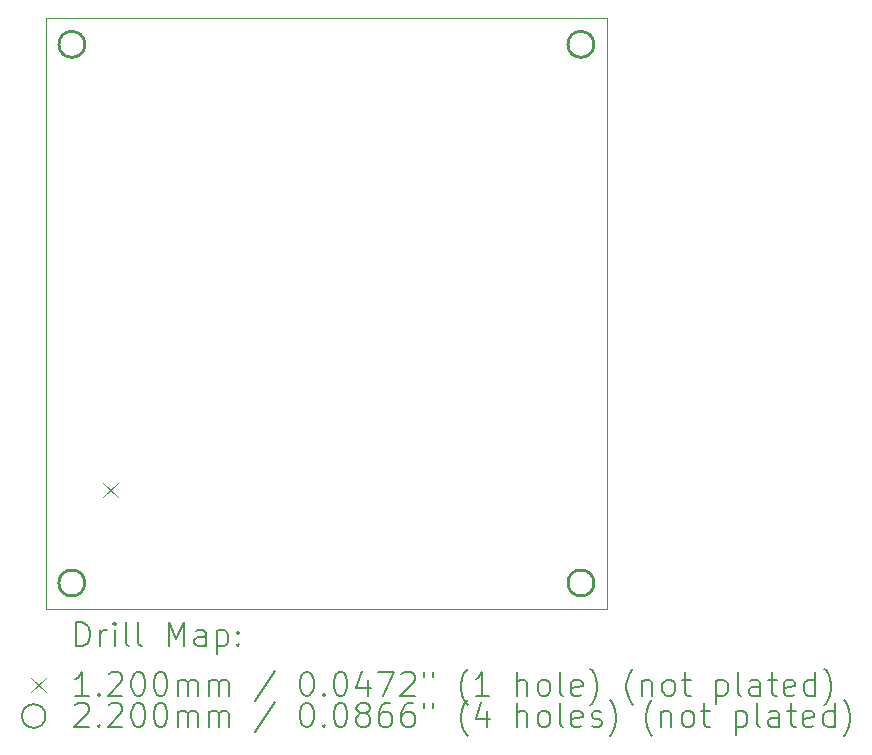
<source format=gbr>
%TF.GenerationSoftware,KiCad,Pcbnew,8.0.8*%
%TF.CreationDate,2025-01-30T19:33:52+01:00*%
%TF.ProjectId,HAMS_node,48414d53-5f6e-46f6-9465-2e6b69636164,rev?*%
%TF.SameCoordinates,Original*%
%TF.FileFunction,Drillmap*%
%TF.FilePolarity,Positive*%
%FSLAX45Y45*%
G04 Gerber Fmt 4.5, Leading zero omitted, Abs format (unit mm)*
G04 Created by KiCad (PCBNEW 8.0.8) date 2025-01-30 19:33:52*
%MOMM*%
%LPD*%
G01*
G04 APERTURE LIST*
%ADD10C,0.050000*%
%ADD11C,0.200000*%
%ADD12C,0.120000*%
%ADD13C,0.220000*%
G04 APERTURE END LIST*
D10*
X16660000Y-5760000D02*
X21410000Y-5760000D01*
X21410000Y-10760000D01*
X16660000Y-10760000D01*
X16660000Y-5760000D01*
D11*
D12*
X17147500Y-9695000D02*
X17267500Y-9815000D01*
X17267500Y-9695000D02*
X17147500Y-9815000D01*
D13*
X16990000Y-5980000D02*
G75*
G02*
X16770000Y-5980000I-110000J0D01*
G01*
X16770000Y-5980000D02*
G75*
G02*
X16990000Y-5980000I110000J0D01*
G01*
X16990000Y-10540000D02*
G75*
G02*
X16770000Y-10540000I-110000J0D01*
G01*
X16770000Y-10540000D02*
G75*
G02*
X16990000Y-10540000I110000J0D01*
G01*
X21300000Y-5980000D02*
G75*
G02*
X21080000Y-5980000I-110000J0D01*
G01*
X21080000Y-5980000D02*
G75*
G02*
X21300000Y-5980000I110000J0D01*
G01*
X21300000Y-10540000D02*
G75*
G02*
X21080000Y-10540000I-110000J0D01*
G01*
X21080000Y-10540000D02*
G75*
G02*
X21300000Y-10540000I110000J0D01*
G01*
D11*
X16918277Y-11073984D02*
X16918277Y-10873984D01*
X16918277Y-10873984D02*
X16965896Y-10873984D01*
X16965896Y-10873984D02*
X16994467Y-10883508D01*
X16994467Y-10883508D02*
X17013515Y-10902555D01*
X17013515Y-10902555D02*
X17023039Y-10921603D01*
X17023039Y-10921603D02*
X17032563Y-10959698D01*
X17032563Y-10959698D02*
X17032563Y-10988270D01*
X17032563Y-10988270D02*
X17023039Y-11026365D01*
X17023039Y-11026365D02*
X17013515Y-11045412D01*
X17013515Y-11045412D02*
X16994467Y-11064460D01*
X16994467Y-11064460D02*
X16965896Y-11073984D01*
X16965896Y-11073984D02*
X16918277Y-11073984D01*
X17118277Y-11073984D02*
X17118277Y-10940650D01*
X17118277Y-10978746D02*
X17127801Y-10959698D01*
X17127801Y-10959698D02*
X17137324Y-10950174D01*
X17137324Y-10950174D02*
X17156372Y-10940650D01*
X17156372Y-10940650D02*
X17175420Y-10940650D01*
X17242086Y-11073984D02*
X17242086Y-10940650D01*
X17242086Y-10873984D02*
X17232563Y-10883508D01*
X17232563Y-10883508D02*
X17242086Y-10893031D01*
X17242086Y-10893031D02*
X17251610Y-10883508D01*
X17251610Y-10883508D02*
X17242086Y-10873984D01*
X17242086Y-10873984D02*
X17242086Y-10893031D01*
X17365896Y-11073984D02*
X17346848Y-11064460D01*
X17346848Y-11064460D02*
X17337324Y-11045412D01*
X17337324Y-11045412D02*
X17337324Y-10873984D01*
X17470658Y-11073984D02*
X17451610Y-11064460D01*
X17451610Y-11064460D02*
X17442086Y-11045412D01*
X17442086Y-11045412D02*
X17442086Y-10873984D01*
X17699229Y-11073984D02*
X17699229Y-10873984D01*
X17699229Y-10873984D02*
X17765896Y-11016841D01*
X17765896Y-11016841D02*
X17832563Y-10873984D01*
X17832563Y-10873984D02*
X17832563Y-11073984D01*
X18013515Y-11073984D02*
X18013515Y-10969222D01*
X18013515Y-10969222D02*
X18003991Y-10950174D01*
X18003991Y-10950174D02*
X17984944Y-10940650D01*
X17984944Y-10940650D02*
X17946848Y-10940650D01*
X17946848Y-10940650D02*
X17927801Y-10950174D01*
X18013515Y-11064460D02*
X17994467Y-11073984D01*
X17994467Y-11073984D02*
X17946848Y-11073984D01*
X17946848Y-11073984D02*
X17927801Y-11064460D01*
X17927801Y-11064460D02*
X17918277Y-11045412D01*
X17918277Y-11045412D02*
X17918277Y-11026365D01*
X17918277Y-11026365D02*
X17927801Y-11007317D01*
X17927801Y-11007317D02*
X17946848Y-10997793D01*
X17946848Y-10997793D02*
X17994467Y-10997793D01*
X17994467Y-10997793D02*
X18013515Y-10988270D01*
X18108753Y-10940650D02*
X18108753Y-11140650D01*
X18108753Y-10950174D02*
X18127801Y-10940650D01*
X18127801Y-10940650D02*
X18165896Y-10940650D01*
X18165896Y-10940650D02*
X18184944Y-10950174D01*
X18184944Y-10950174D02*
X18194467Y-10959698D01*
X18194467Y-10959698D02*
X18203991Y-10978746D01*
X18203991Y-10978746D02*
X18203991Y-11035889D01*
X18203991Y-11035889D02*
X18194467Y-11054936D01*
X18194467Y-11054936D02*
X18184944Y-11064460D01*
X18184944Y-11064460D02*
X18165896Y-11073984D01*
X18165896Y-11073984D02*
X18127801Y-11073984D01*
X18127801Y-11073984D02*
X18108753Y-11064460D01*
X18289705Y-11054936D02*
X18299229Y-11064460D01*
X18299229Y-11064460D02*
X18289705Y-11073984D01*
X18289705Y-11073984D02*
X18280182Y-11064460D01*
X18280182Y-11064460D02*
X18289705Y-11054936D01*
X18289705Y-11054936D02*
X18289705Y-11073984D01*
X18289705Y-10950174D02*
X18299229Y-10959698D01*
X18299229Y-10959698D02*
X18289705Y-10969222D01*
X18289705Y-10969222D02*
X18280182Y-10959698D01*
X18280182Y-10959698D02*
X18289705Y-10950174D01*
X18289705Y-10950174D02*
X18289705Y-10969222D01*
D12*
X16537500Y-11342500D02*
X16657500Y-11462500D01*
X16657500Y-11342500D02*
X16537500Y-11462500D01*
D11*
X17023039Y-11493984D02*
X16908753Y-11493984D01*
X16965896Y-11493984D02*
X16965896Y-11293984D01*
X16965896Y-11293984D02*
X16946848Y-11322555D01*
X16946848Y-11322555D02*
X16927801Y-11341603D01*
X16927801Y-11341603D02*
X16908753Y-11351127D01*
X17108753Y-11474936D02*
X17118277Y-11484460D01*
X17118277Y-11484460D02*
X17108753Y-11493984D01*
X17108753Y-11493984D02*
X17099229Y-11484460D01*
X17099229Y-11484460D02*
X17108753Y-11474936D01*
X17108753Y-11474936D02*
X17108753Y-11493984D01*
X17194467Y-11313031D02*
X17203991Y-11303508D01*
X17203991Y-11303508D02*
X17223039Y-11293984D01*
X17223039Y-11293984D02*
X17270658Y-11293984D01*
X17270658Y-11293984D02*
X17289705Y-11303508D01*
X17289705Y-11303508D02*
X17299229Y-11313031D01*
X17299229Y-11313031D02*
X17308753Y-11332079D01*
X17308753Y-11332079D02*
X17308753Y-11351127D01*
X17308753Y-11351127D02*
X17299229Y-11379698D01*
X17299229Y-11379698D02*
X17184944Y-11493984D01*
X17184944Y-11493984D02*
X17308753Y-11493984D01*
X17432563Y-11293984D02*
X17451610Y-11293984D01*
X17451610Y-11293984D02*
X17470658Y-11303508D01*
X17470658Y-11303508D02*
X17480182Y-11313031D01*
X17480182Y-11313031D02*
X17489705Y-11332079D01*
X17489705Y-11332079D02*
X17499229Y-11370174D01*
X17499229Y-11370174D02*
X17499229Y-11417793D01*
X17499229Y-11417793D02*
X17489705Y-11455888D01*
X17489705Y-11455888D02*
X17480182Y-11474936D01*
X17480182Y-11474936D02*
X17470658Y-11484460D01*
X17470658Y-11484460D02*
X17451610Y-11493984D01*
X17451610Y-11493984D02*
X17432563Y-11493984D01*
X17432563Y-11493984D02*
X17413515Y-11484460D01*
X17413515Y-11484460D02*
X17403991Y-11474936D01*
X17403991Y-11474936D02*
X17394467Y-11455888D01*
X17394467Y-11455888D02*
X17384944Y-11417793D01*
X17384944Y-11417793D02*
X17384944Y-11370174D01*
X17384944Y-11370174D02*
X17394467Y-11332079D01*
X17394467Y-11332079D02*
X17403991Y-11313031D01*
X17403991Y-11313031D02*
X17413515Y-11303508D01*
X17413515Y-11303508D02*
X17432563Y-11293984D01*
X17623039Y-11293984D02*
X17642086Y-11293984D01*
X17642086Y-11293984D02*
X17661134Y-11303508D01*
X17661134Y-11303508D02*
X17670658Y-11313031D01*
X17670658Y-11313031D02*
X17680182Y-11332079D01*
X17680182Y-11332079D02*
X17689705Y-11370174D01*
X17689705Y-11370174D02*
X17689705Y-11417793D01*
X17689705Y-11417793D02*
X17680182Y-11455888D01*
X17680182Y-11455888D02*
X17670658Y-11474936D01*
X17670658Y-11474936D02*
X17661134Y-11484460D01*
X17661134Y-11484460D02*
X17642086Y-11493984D01*
X17642086Y-11493984D02*
X17623039Y-11493984D01*
X17623039Y-11493984D02*
X17603991Y-11484460D01*
X17603991Y-11484460D02*
X17594467Y-11474936D01*
X17594467Y-11474936D02*
X17584944Y-11455888D01*
X17584944Y-11455888D02*
X17575420Y-11417793D01*
X17575420Y-11417793D02*
X17575420Y-11370174D01*
X17575420Y-11370174D02*
X17584944Y-11332079D01*
X17584944Y-11332079D02*
X17594467Y-11313031D01*
X17594467Y-11313031D02*
X17603991Y-11303508D01*
X17603991Y-11303508D02*
X17623039Y-11293984D01*
X17775420Y-11493984D02*
X17775420Y-11360650D01*
X17775420Y-11379698D02*
X17784944Y-11370174D01*
X17784944Y-11370174D02*
X17803991Y-11360650D01*
X17803991Y-11360650D02*
X17832563Y-11360650D01*
X17832563Y-11360650D02*
X17851610Y-11370174D01*
X17851610Y-11370174D02*
X17861134Y-11389222D01*
X17861134Y-11389222D02*
X17861134Y-11493984D01*
X17861134Y-11389222D02*
X17870658Y-11370174D01*
X17870658Y-11370174D02*
X17889705Y-11360650D01*
X17889705Y-11360650D02*
X17918277Y-11360650D01*
X17918277Y-11360650D02*
X17937325Y-11370174D01*
X17937325Y-11370174D02*
X17946848Y-11389222D01*
X17946848Y-11389222D02*
X17946848Y-11493984D01*
X18042086Y-11493984D02*
X18042086Y-11360650D01*
X18042086Y-11379698D02*
X18051610Y-11370174D01*
X18051610Y-11370174D02*
X18070658Y-11360650D01*
X18070658Y-11360650D02*
X18099229Y-11360650D01*
X18099229Y-11360650D02*
X18118277Y-11370174D01*
X18118277Y-11370174D02*
X18127801Y-11389222D01*
X18127801Y-11389222D02*
X18127801Y-11493984D01*
X18127801Y-11389222D02*
X18137325Y-11370174D01*
X18137325Y-11370174D02*
X18156372Y-11360650D01*
X18156372Y-11360650D02*
X18184944Y-11360650D01*
X18184944Y-11360650D02*
X18203991Y-11370174D01*
X18203991Y-11370174D02*
X18213515Y-11389222D01*
X18213515Y-11389222D02*
X18213515Y-11493984D01*
X18603991Y-11284460D02*
X18432563Y-11541603D01*
X18861134Y-11293984D02*
X18880182Y-11293984D01*
X18880182Y-11293984D02*
X18899229Y-11303508D01*
X18899229Y-11303508D02*
X18908753Y-11313031D01*
X18908753Y-11313031D02*
X18918277Y-11332079D01*
X18918277Y-11332079D02*
X18927801Y-11370174D01*
X18927801Y-11370174D02*
X18927801Y-11417793D01*
X18927801Y-11417793D02*
X18918277Y-11455888D01*
X18918277Y-11455888D02*
X18908753Y-11474936D01*
X18908753Y-11474936D02*
X18899229Y-11484460D01*
X18899229Y-11484460D02*
X18880182Y-11493984D01*
X18880182Y-11493984D02*
X18861134Y-11493984D01*
X18861134Y-11493984D02*
X18842087Y-11484460D01*
X18842087Y-11484460D02*
X18832563Y-11474936D01*
X18832563Y-11474936D02*
X18823039Y-11455888D01*
X18823039Y-11455888D02*
X18813515Y-11417793D01*
X18813515Y-11417793D02*
X18813515Y-11370174D01*
X18813515Y-11370174D02*
X18823039Y-11332079D01*
X18823039Y-11332079D02*
X18832563Y-11313031D01*
X18832563Y-11313031D02*
X18842087Y-11303508D01*
X18842087Y-11303508D02*
X18861134Y-11293984D01*
X19013515Y-11474936D02*
X19023039Y-11484460D01*
X19023039Y-11484460D02*
X19013515Y-11493984D01*
X19013515Y-11493984D02*
X19003991Y-11484460D01*
X19003991Y-11484460D02*
X19013515Y-11474936D01*
X19013515Y-11474936D02*
X19013515Y-11493984D01*
X19146848Y-11293984D02*
X19165896Y-11293984D01*
X19165896Y-11293984D02*
X19184944Y-11303508D01*
X19184944Y-11303508D02*
X19194468Y-11313031D01*
X19194468Y-11313031D02*
X19203991Y-11332079D01*
X19203991Y-11332079D02*
X19213515Y-11370174D01*
X19213515Y-11370174D02*
X19213515Y-11417793D01*
X19213515Y-11417793D02*
X19203991Y-11455888D01*
X19203991Y-11455888D02*
X19194468Y-11474936D01*
X19194468Y-11474936D02*
X19184944Y-11484460D01*
X19184944Y-11484460D02*
X19165896Y-11493984D01*
X19165896Y-11493984D02*
X19146848Y-11493984D01*
X19146848Y-11493984D02*
X19127801Y-11484460D01*
X19127801Y-11484460D02*
X19118277Y-11474936D01*
X19118277Y-11474936D02*
X19108753Y-11455888D01*
X19108753Y-11455888D02*
X19099229Y-11417793D01*
X19099229Y-11417793D02*
X19099229Y-11370174D01*
X19099229Y-11370174D02*
X19108753Y-11332079D01*
X19108753Y-11332079D02*
X19118277Y-11313031D01*
X19118277Y-11313031D02*
X19127801Y-11303508D01*
X19127801Y-11303508D02*
X19146848Y-11293984D01*
X19384944Y-11360650D02*
X19384944Y-11493984D01*
X19337325Y-11284460D02*
X19289706Y-11427317D01*
X19289706Y-11427317D02*
X19413515Y-11427317D01*
X19470658Y-11293984D02*
X19603991Y-11293984D01*
X19603991Y-11293984D02*
X19518277Y-11493984D01*
X19670658Y-11313031D02*
X19680182Y-11303508D01*
X19680182Y-11303508D02*
X19699229Y-11293984D01*
X19699229Y-11293984D02*
X19746849Y-11293984D01*
X19746849Y-11293984D02*
X19765896Y-11303508D01*
X19765896Y-11303508D02*
X19775420Y-11313031D01*
X19775420Y-11313031D02*
X19784944Y-11332079D01*
X19784944Y-11332079D02*
X19784944Y-11351127D01*
X19784944Y-11351127D02*
X19775420Y-11379698D01*
X19775420Y-11379698D02*
X19661134Y-11493984D01*
X19661134Y-11493984D02*
X19784944Y-11493984D01*
X19861134Y-11293984D02*
X19861134Y-11332079D01*
X19937325Y-11293984D02*
X19937325Y-11332079D01*
X20232563Y-11570174D02*
X20223039Y-11560650D01*
X20223039Y-11560650D02*
X20203991Y-11532079D01*
X20203991Y-11532079D02*
X20194468Y-11513031D01*
X20194468Y-11513031D02*
X20184944Y-11484460D01*
X20184944Y-11484460D02*
X20175420Y-11436841D01*
X20175420Y-11436841D02*
X20175420Y-11398746D01*
X20175420Y-11398746D02*
X20184944Y-11351127D01*
X20184944Y-11351127D02*
X20194468Y-11322555D01*
X20194468Y-11322555D02*
X20203991Y-11303508D01*
X20203991Y-11303508D02*
X20223039Y-11274936D01*
X20223039Y-11274936D02*
X20232563Y-11265412D01*
X20413515Y-11493984D02*
X20299230Y-11493984D01*
X20356372Y-11493984D02*
X20356372Y-11293984D01*
X20356372Y-11293984D02*
X20337325Y-11322555D01*
X20337325Y-11322555D02*
X20318277Y-11341603D01*
X20318277Y-11341603D02*
X20299230Y-11351127D01*
X20651611Y-11493984D02*
X20651611Y-11293984D01*
X20737325Y-11493984D02*
X20737325Y-11389222D01*
X20737325Y-11389222D02*
X20727801Y-11370174D01*
X20727801Y-11370174D02*
X20708753Y-11360650D01*
X20708753Y-11360650D02*
X20680182Y-11360650D01*
X20680182Y-11360650D02*
X20661134Y-11370174D01*
X20661134Y-11370174D02*
X20651611Y-11379698D01*
X20861134Y-11493984D02*
X20842087Y-11484460D01*
X20842087Y-11484460D02*
X20832563Y-11474936D01*
X20832563Y-11474936D02*
X20823039Y-11455888D01*
X20823039Y-11455888D02*
X20823039Y-11398746D01*
X20823039Y-11398746D02*
X20832563Y-11379698D01*
X20832563Y-11379698D02*
X20842087Y-11370174D01*
X20842087Y-11370174D02*
X20861134Y-11360650D01*
X20861134Y-11360650D02*
X20889706Y-11360650D01*
X20889706Y-11360650D02*
X20908753Y-11370174D01*
X20908753Y-11370174D02*
X20918277Y-11379698D01*
X20918277Y-11379698D02*
X20927801Y-11398746D01*
X20927801Y-11398746D02*
X20927801Y-11455888D01*
X20927801Y-11455888D02*
X20918277Y-11474936D01*
X20918277Y-11474936D02*
X20908753Y-11484460D01*
X20908753Y-11484460D02*
X20889706Y-11493984D01*
X20889706Y-11493984D02*
X20861134Y-11493984D01*
X21042087Y-11493984D02*
X21023039Y-11484460D01*
X21023039Y-11484460D02*
X21013515Y-11465412D01*
X21013515Y-11465412D02*
X21013515Y-11293984D01*
X21194468Y-11484460D02*
X21175420Y-11493984D01*
X21175420Y-11493984D02*
X21137325Y-11493984D01*
X21137325Y-11493984D02*
X21118277Y-11484460D01*
X21118277Y-11484460D02*
X21108753Y-11465412D01*
X21108753Y-11465412D02*
X21108753Y-11389222D01*
X21108753Y-11389222D02*
X21118277Y-11370174D01*
X21118277Y-11370174D02*
X21137325Y-11360650D01*
X21137325Y-11360650D02*
X21175420Y-11360650D01*
X21175420Y-11360650D02*
X21194468Y-11370174D01*
X21194468Y-11370174D02*
X21203992Y-11389222D01*
X21203992Y-11389222D02*
X21203992Y-11408269D01*
X21203992Y-11408269D02*
X21108753Y-11427317D01*
X21270658Y-11570174D02*
X21280182Y-11560650D01*
X21280182Y-11560650D02*
X21299230Y-11532079D01*
X21299230Y-11532079D02*
X21308753Y-11513031D01*
X21308753Y-11513031D02*
X21318277Y-11484460D01*
X21318277Y-11484460D02*
X21327801Y-11436841D01*
X21327801Y-11436841D02*
X21327801Y-11398746D01*
X21327801Y-11398746D02*
X21318277Y-11351127D01*
X21318277Y-11351127D02*
X21308753Y-11322555D01*
X21308753Y-11322555D02*
X21299230Y-11303508D01*
X21299230Y-11303508D02*
X21280182Y-11274936D01*
X21280182Y-11274936D02*
X21270658Y-11265412D01*
X21632563Y-11570174D02*
X21623039Y-11560650D01*
X21623039Y-11560650D02*
X21603992Y-11532079D01*
X21603992Y-11532079D02*
X21594468Y-11513031D01*
X21594468Y-11513031D02*
X21584944Y-11484460D01*
X21584944Y-11484460D02*
X21575420Y-11436841D01*
X21575420Y-11436841D02*
X21575420Y-11398746D01*
X21575420Y-11398746D02*
X21584944Y-11351127D01*
X21584944Y-11351127D02*
X21594468Y-11322555D01*
X21594468Y-11322555D02*
X21603992Y-11303508D01*
X21603992Y-11303508D02*
X21623039Y-11274936D01*
X21623039Y-11274936D02*
X21632563Y-11265412D01*
X21708753Y-11360650D02*
X21708753Y-11493984D01*
X21708753Y-11379698D02*
X21718277Y-11370174D01*
X21718277Y-11370174D02*
X21737325Y-11360650D01*
X21737325Y-11360650D02*
X21765896Y-11360650D01*
X21765896Y-11360650D02*
X21784944Y-11370174D01*
X21784944Y-11370174D02*
X21794468Y-11389222D01*
X21794468Y-11389222D02*
X21794468Y-11493984D01*
X21918277Y-11493984D02*
X21899230Y-11484460D01*
X21899230Y-11484460D02*
X21889706Y-11474936D01*
X21889706Y-11474936D02*
X21880182Y-11455888D01*
X21880182Y-11455888D02*
X21880182Y-11398746D01*
X21880182Y-11398746D02*
X21889706Y-11379698D01*
X21889706Y-11379698D02*
X21899230Y-11370174D01*
X21899230Y-11370174D02*
X21918277Y-11360650D01*
X21918277Y-11360650D02*
X21946849Y-11360650D01*
X21946849Y-11360650D02*
X21965896Y-11370174D01*
X21965896Y-11370174D02*
X21975420Y-11379698D01*
X21975420Y-11379698D02*
X21984944Y-11398746D01*
X21984944Y-11398746D02*
X21984944Y-11455888D01*
X21984944Y-11455888D02*
X21975420Y-11474936D01*
X21975420Y-11474936D02*
X21965896Y-11484460D01*
X21965896Y-11484460D02*
X21946849Y-11493984D01*
X21946849Y-11493984D02*
X21918277Y-11493984D01*
X22042087Y-11360650D02*
X22118277Y-11360650D01*
X22070658Y-11293984D02*
X22070658Y-11465412D01*
X22070658Y-11465412D02*
X22080182Y-11484460D01*
X22080182Y-11484460D02*
X22099230Y-11493984D01*
X22099230Y-11493984D02*
X22118277Y-11493984D01*
X22337325Y-11360650D02*
X22337325Y-11560650D01*
X22337325Y-11370174D02*
X22356373Y-11360650D01*
X22356373Y-11360650D02*
X22394468Y-11360650D01*
X22394468Y-11360650D02*
X22413515Y-11370174D01*
X22413515Y-11370174D02*
X22423039Y-11379698D01*
X22423039Y-11379698D02*
X22432563Y-11398746D01*
X22432563Y-11398746D02*
X22432563Y-11455888D01*
X22432563Y-11455888D02*
X22423039Y-11474936D01*
X22423039Y-11474936D02*
X22413515Y-11484460D01*
X22413515Y-11484460D02*
X22394468Y-11493984D01*
X22394468Y-11493984D02*
X22356373Y-11493984D01*
X22356373Y-11493984D02*
X22337325Y-11484460D01*
X22546849Y-11493984D02*
X22527801Y-11484460D01*
X22527801Y-11484460D02*
X22518277Y-11465412D01*
X22518277Y-11465412D02*
X22518277Y-11293984D01*
X22708753Y-11493984D02*
X22708753Y-11389222D01*
X22708753Y-11389222D02*
X22699230Y-11370174D01*
X22699230Y-11370174D02*
X22680182Y-11360650D01*
X22680182Y-11360650D02*
X22642087Y-11360650D01*
X22642087Y-11360650D02*
X22623039Y-11370174D01*
X22708753Y-11484460D02*
X22689706Y-11493984D01*
X22689706Y-11493984D02*
X22642087Y-11493984D01*
X22642087Y-11493984D02*
X22623039Y-11484460D01*
X22623039Y-11484460D02*
X22613515Y-11465412D01*
X22613515Y-11465412D02*
X22613515Y-11446365D01*
X22613515Y-11446365D02*
X22623039Y-11427317D01*
X22623039Y-11427317D02*
X22642087Y-11417793D01*
X22642087Y-11417793D02*
X22689706Y-11417793D01*
X22689706Y-11417793D02*
X22708753Y-11408269D01*
X22775420Y-11360650D02*
X22851611Y-11360650D01*
X22803992Y-11293984D02*
X22803992Y-11465412D01*
X22803992Y-11465412D02*
X22813515Y-11484460D01*
X22813515Y-11484460D02*
X22832563Y-11493984D01*
X22832563Y-11493984D02*
X22851611Y-11493984D01*
X22994468Y-11484460D02*
X22975420Y-11493984D01*
X22975420Y-11493984D02*
X22937325Y-11493984D01*
X22937325Y-11493984D02*
X22918277Y-11484460D01*
X22918277Y-11484460D02*
X22908753Y-11465412D01*
X22908753Y-11465412D02*
X22908753Y-11389222D01*
X22908753Y-11389222D02*
X22918277Y-11370174D01*
X22918277Y-11370174D02*
X22937325Y-11360650D01*
X22937325Y-11360650D02*
X22975420Y-11360650D01*
X22975420Y-11360650D02*
X22994468Y-11370174D01*
X22994468Y-11370174D02*
X23003992Y-11389222D01*
X23003992Y-11389222D02*
X23003992Y-11408269D01*
X23003992Y-11408269D02*
X22908753Y-11427317D01*
X23175420Y-11493984D02*
X23175420Y-11293984D01*
X23175420Y-11484460D02*
X23156373Y-11493984D01*
X23156373Y-11493984D02*
X23118277Y-11493984D01*
X23118277Y-11493984D02*
X23099230Y-11484460D01*
X23099230Y-11484460D02*
X23089706Y-11474936D01*
X23089706Y-11474936D02*
X23080182Y-11455888D01*
X23080182Y-11455888D02*
X23080182Y-11398746D01*
X23080182Y-11398746D02*
X23089706Y-11379698D01*
X23089706Y-11379698D02*
X23099230Y-11370174D01*
X23099230Y-11370174D02*
X23118277Y-11360650D01*
X23118277Y-11360650D02*
X23156373Y-11360650D01*
X23156373Y-11360650D02*
X23175420Y-11370174D01*
X23251611Y-11570174D02*
X23261134Y-11560650D01*
X23261134Y-11560650D02*
X23280182Y-11532079D01*
X23280182Y-11532079D02*
X23289706Y-11513031D01*
X23289706Y-11513031D02*
X23299230Y-11484460D01*
X23299230Y-11484460D02*
X23308753Y-11436841D01*
X23308753Y-11436841D02*
X23308753Y-11398746D01*
X23308753Y-11398746D02*
X23299230Y-11351127D01*
X23299230Y-11351127D02*
X23289706Y-11322555D01*
X23289706Y-11322555D02*
X23280182Y-11303508D01*
X23280182Y-11303508D02*
X23261134Y-11274936D01*
X23261134Y-11274936D02*
X23251611Y-11265412D01*
X16657500Y-11666500D02*
G75*
G02*
X16457500Y-11666500I-100000J0D01*
G01*
X16457500Y-11666500D02*
G75*
G02*
X16657500Y-11666500I100000J0D01*
G01*
X16908753Y-11577031D02*
X16918277Y-11567508D01*
X16918277Y-11567508D02*
X16937324Y-11557984D01*
X16937324Y-11557984D02*
X16984944Y-11557984D01*
X16984944Y-11557984D02*
X17003991Y-11567508D01*
X17003991Y-11567508D02*
X17013515Y-11577031D01*
X17013515Y-11577031D02*
X17023039Y-11596079D01*
X17023039Y-11596079D02*
X17023039Y-11615127D01*
X17023039Y-11615127D02*
X17013515Y-11643698D01*
X17013515Y-11643698D02*
X16899229Y-11757984D01*
X16899229Y-11757984D02*
X17023039Y-11757984D01*
X17108753Y-11738936D02*
X17118277Y-11748460D01*
X17118277Y-11748460D02*
X17108753Y-11757984D01*
X17108753Y-11757984D02*
X17099229Y-11748460D01*
X17099229Y-11748460D02*
X17108753Y-11738936D01*
X17108753Y-11738936D02*
X17108753Y-11757984D01*
X17194467Y-11577031D02*
X17203991Y-11567508D01*
X17203991Y-11567508D02*
X17223039Y-11557984D01*
X17223039Y-11557984D02*
X17270658Y-11557984D01*
X17270658Y-11557984D02*
X17289705Y-11567508D01*
X17289705Y-11567508D02*
X17299229Y-11577031D01*
X17299229Y-11577031D02*
X17308753Y-11596079D01*
X17308753Y-11596079D02*
X17308753Y-11615127D01*
X17308753Y-11615127D02*
X17299229Y-11643698D01*
X17299229Y-11643698D02*
X17184944Y-11757984D01*
X17184944Y-11757984D02*
X17308753Y-11757984D01*
X17432563Y-11557984D02*
X17451610Y-11557984D01*
X17451610Y-11557984D02*
X17470658Y-11567508D01*
X17470658Y-11567508D02*
X17480182Y-11577031D01*
X17480182Y-11577031D02*
X17489705Y-11596079D01*
X17489705Y-11596079D02*
X17499229Y-11634174D01*
X17499229Y-11634174D02*
X17499229Y-11681793D01*
X17499229Y-11681793D02*
X17489705Y-11719888D01*
X17489705Y-11719888D02*
X17480182Y-11738936D01*
X17480182Y-11738936D02*
X17470658Y-11748460D01*
X17470658Y-11748460D02*
X17451610Y-11757984D01*
X17451610Y-11757984D02*
X17432563Y-11757984D01*
X17432563Y-11757984D02*
X17413515Y-11748460D01*
X17413515Y-11748460D02*
X17403991Y-11738936D01*
X17403991Y-11738936D02*
X17394467Y-11719888D01*
X17394467Y-11719888D02*
X17384944Y-11681793D01*
X17384944Y-11681793D02*
X17384944Y-11634174D01*
X17384944Y-11634174D02*
X17394467Y-11596079D01*
X17394467Y-11596079D02*
X17403991Y-11577031D01*
X17403991Y-11577031D02*
X17413515Y-11567508D01*
X17413515Y-11567508D02*
X17432563Y-11557984D01*
X17623039Y-11557984D02*
X17642086Y-11557984D01*
X17642086Y-11557984D02*
X17661134Y-11567508D01*
X17661134Y-11567508D02*
X17670658Y-11577031D01*
X17670658Y-11577031D02*
X17680182Y-11596079D01*
X17680182Y-11596079D02*
X17689705Y-11634174D01*
X17689705Y-11634174D02*
X17689705Y-11681793D01*
X17689705Y-11681793D02*
X17680182Y-11719888D01*
X17680182Y-11719888D02*
X17670658Y-11738936D01*
X17670658Y-11738936D02*
X17661134Y-11748460D01*
X17661134Y-11748460D02*
X17642086Y-11757984D01*
X17642086Y-11757984D02*
X17623039Y-11757984D01*
X17623039Y-11757984D02*
X17603991Y-11748460D01*
X17603991Y-11748460D02*
X17594467Y-11738936D01*
X17594467Y-11738936D02*
X17584944Y-11719888D01*
X17584944Y-11719888D02*
X17575420Y-11681793D01*
X17575420Y-11681793D02*
X17575420Y-11634174D01*
X17575420Y-11634174D02*
X17584944Y-11596079D01*
X17584944Y-11596079D02*
X17594467Y-11577031D01*
X17594467Y-11577031D02*
X17603991Y-11567508D01*
X17603991Y-11567508D02*
X17623039Y-11557984D01*
X17775420Y-11757984D02*
X17775420Y-11624650D01*
X17775420Y-11643698D02*
X17784944Y-11634174D01*
X17784944Y-11634174D02*
X17803991Y-11624650D01*
X17803991Y-11624650D02*
X17832563Y-11624650D01*
X17832563Y-11624650D02*
X17851610Y-11634174D01*
X17851610Y-11634174D02*
X17861134Y-11653222D01*
X17861134Y-11653222D02*
X17861134Y-11757984D01*
X17861134Y-11653222D02*
X17870658Y-11634174D01*
X17870658Y-11634174D02*
X17889705Y-11624650D01*
X17889705Y-11624650D02*
X17918277Y-11624650D01*
X17918277Y-11624650D02*
X17937325Y-11634174D01*
X17937325Y-11634174D02*
X17946848Y-11653222D01*
X17946848Y-11653222D02*
X17946848Y-11757984D01*
X18042086Y-11757984D02*
X18042086Y-11624650D01*
X18042086Y-11643698D02*
X18051610Y-11634174D01*
X18051610Y-11634174D02*
X18070658Y-11624650D01*
X18070658Y-11624650D02*
X18099229Y-11624650D01*
X18099229Y-11624650D02*
X18118277Y-11634174D01*
X18118277Y-11634174D02*
X18127801Y-11653222D01*
X18127801Y-11653222D02*
X18127801Y-11757984D01*
X18127801Y-11653222D02*
X18137325Y-11634174D01*
X18137325Y-11634174D02*
X18156372Y-11624650D01*
X18156372Y-11624650D02*
X18184944Y-11624650D01*
X18184944Y-11624650D02*
X18203991Y-11634174D01*
X18203991Y-11634174D02*
X18213515Y-11653222D01*
X18213515Y-11653222D02*
X18213515Y-11757984D01*
X18603991Y-11548460D02*
X18432563Y-11805603D01*
X18861134Y-11557984D02*
X18880182Y-11557984D01*
X18880182Y-11557984D02*
X18899229Y-11567508D01*
X18899229Y-11567508D02*
X18908753Y-11577031D01*
X18908753Y-11577031D02*
X18918277Y-11596079D01*
X18918277Y-11596079D02*
X18927801Y-11634174D01*
X18927801Y-11634174D02*
X18927801Y-11681793D01*
X18927801Y-11681793D02*
X18918277Y-11719888D01*
X18918277Y-11719888D02*
X18908753Y-11738936D01*
X18908753Y-11738936D02*
X18899229Y-11748460D01*
X18899229Y-11748460D02*
X18880182Y-11757984D01*
X18880182Y-11757984D02*
X18861134Y-11757984D01*
X18861134Y-11757984D02*
X18842087Y-11748460D01*
X18842087Y-11748460D02*
X18832563Y-11738936D01*
X18832563Y-11738936D02*
X18823039Y-11719888D01*
X18823039Y-11719888D02*
X18813515Y-11681793D01*
X18813515Y-11681793D02*
X18813515Y-11634174D01*
X18813515Y-11634174D02*
X18823039Y-11596079D01*
X18823039Y-11596079D02*
X18832563Y-11577031D01*
X18832563Y-11577031D02*
X18842087Y-11567508D01*
X18842087Y-11567508D02*
X18861134Y-11557984D01*
X19013515Y-11738936D02*
X19023039Y-11748460D01*
X19023039Y-11748460D02*
X19013515Y-11757984D01*
X19013515Y-11757984D02*
X19003991Y-11748460D01*
X19003991Y-11748460D02*
X19013515Y-11738936D01*
X19013515Y-11738936D02*
X19013515Y-11757984D01*
X19146848Y-11557984D02*
X19165896Y-11557984D01*
X19165896Y-11557984D02*
X19184944Y-11567508D01*
X19184944Y-11567508D02*
X19194468Y-11577031D01*
X19194468Y-11577031D02*
X19203991Y-11596079D01*
X19203991Y-11596079D02*
X19213515Y-11634174D01*
X19213515Y-11634174D02*
X19213515Y-11681793D01*
X19213515Y-11681793D02*
X19203991Y-11719888D01*
X19203991Y-11719888D02*
X19194468Y-11738936D01*
X19194468Y-11738936D02*
X19184944Y-11748460D01*
X19184944Y-11748460D02*
X19165896Y-11757984D01*
X19165896Y-11757984D02*
X19146848Y-11757984D01*
X19146848Y-11757984D02*
X19127801Y-11748460D01*
X19127801Y-11748460D02*
X19118277Y-11738936D01*
X19118277Y-11738936D02*
X19108753Y-11719888D01*
X19108753Y-11719888D02*
X19099229Y-11681793D01*
X19099229Y-11681793D02*
X19099229Y-11634174D01*
X19099229Y-11634174D02*
X19108753Y-11596079D01*
X19108753Y-11596079D02*
X19118277Y-11577031D01*
X19118277Y-11577031D02*
X19127801Y-11567508D01*
X19127801Y-11567508D02*
X19146848Y-11557984D01*
X19327801Y-11643698D02*
X19308753Y-11634174D01*
X19308753Y-11634174D02*
X19299229Y-11624650D01*
X19299229Y-11624650D02*
X19289706Y-11605603D01*
X19289706Y-11605603D02*
X19289706Y-11596079D01*
X19289706Y-11596079D02*
X19299229Y-11577031D01*
X19299229Y-11577031D02*
X19308753Y-11567508D01*
X19308753Y-11567508D02*
X19327801Y-11557984D01*
X19327801Y-11557984D02*
X19365896Y-11557984D01*
X19365896Y-11557984D02*
X19384944Y-11567508D01*
X19384944Y-11567508D02*
X19394468Y-11577031D01*
X19394468Y-11577031D02*
X19403991Y-11596079D01*
X19403991Y-11596079D02*
X19403991Y-11605603D01*
X19403991Y-11605603D02*
X19394468Y-11624650D01*
X19394468Y-11624650D02*
X19384944Y-11634174D01*
X19384944Y-11634174D02*
X19365896Y-11643698D01*
X19365896Y-11643698D02*
X19327801Y-11643698D01*
X19327801Y-11643698D02*
X19308753Y-11653222D01*
X19308753Y-11653222D02*
X19299229Y-11662746D01*
X19299229Y-11662746D02*
X19289706Y-11681793D01*
X19289706Y-11681793D02*
X19289706Y-11719888D01*
X19289706Y-11719888D02*
X19299229Y-11738936D01*
X19299229Y-11738936D02*
X19308753Y-11748460D01*
X19308753Y-11748460D02*
X19327801Y-11757984D01*
X19327801Y-11757984D02*
X19365896Y-11757984D01*
X19365896Y-11757984D02*
X19384944Y-11748460D01*
X19384944Y-11748460D02*
X19394468Y-11738936D01*
X19394468Y-11738936D02*
X19403991Y-11719888D01*
X19403991Y-11719888D02*
X19403991Y-11681793D01*
X19403991Y-11681793D02*
X19394468Y-11662746D01*
X19394468Y-11662746D02*
X19384944Y-11653222D01*
X19384944Y-11653222D02*
X19365896Y-11643698D01*
X19575420Y-11557984D02*
X19537325Y-11557984D01*
X19537325Y-11557984D02*
X19518277Y-11567508D01*
X19518277Y-11567508D02*
X19508753Y-11577031D01*
X19508753Y-11577031D02*
X19489706Y-11605603D01*
X19489706Y-11605603D02*
X19480182Y-11643698D01*
X19480182Y-11643698D02*
X19480182Y-11719888D01*
X19480182Y-11719888D02*
X19489706Y-11738936D01*
X19489706Y-11738936D02*
X19499229Y-11748460D01*
X19499229Y-11748460D02*
X19518277Y-11757984D01*
X19518277Y-11757984D02*
X19556372Y-11757984D01*
X19556372Y-11757984D02*
X19575420Y-11748460D01*
X19575420Y-11748460D02*
X19584944Y-11738936D01*
X19584944Y-11738936D02*
X19594468Y-11719888D01*
X19594468Y-11719888D02*
X19594468Y-11672269D01*
X19594468Y-11672269D02*
X19584944Y-11653222D01*
X19584944Y-11653222D02*
X19575420Y-11643698D01*
X19575420Y-11643698D02*
X19556372Y-11634174D01*
X19556372Y-11634174D02*
X19518277Y-11634174D01*
X19518277Y-11634174D02*
X19499229Y-11643698D01*
X19499229Y-11643698D02*
X19489706Y-11653222D01*
X19489706Y-11653222D02*
X19480182Y-11672269D01*
X19765896Y-11557984D02*
X19727801Y-11557984D01*
X19727801Y-11557984D02*
X19708753Y-11567508D01*
X19708753Y-11567508D02*
X19699229Y-11577031D01*
X19699229Y-11577031D02*
X19680182Y-11605603D01*
X19680182Y-11605603D02*
X19670658Y-11643698D01*
X19670658Y-11643698D02*
X19670658Y-11719888D01*
X19670658Y-11719888D02*
X19680182Y-11738936D01*
X19680182Y-11738936D02*
X19689706Y-11748460D01*
X19689706Y-11748460D02*
X19708753Y-11757984D01*
X19708753Y-11757984D02*
X19746849Y-11757984D01*
X19746849Y-11757984D02*
X19765896Y-11748460D01*
X19765896Y-11748460D02*
X19775420Y-11738936D01*
X19775420Y-11738936D02*
X19784944Y-11719888D01*
X19784944Y-11719888D02*
X19784944Y-11672269D01*
X19784944Y-11672269D02*
X19775420Y-11653222D01*
X19775420Y-11653222D02*
X19765896Y-11643698D01*
X19765896Y-11643698D02*
X19746849Y-11634174D01*
X19746849Y-11634174D02*
X19708753Y-11634174D01*
X19708753Y-11634174D02*
X19689706Y-11643698D01*
X19689706Y-11643698D02*
X19680182Y-11653222D01*
X19680182Y-11653222D02*
X19670658Y-11672269D01*
X19861134Y-11557984D02*
X19861134Y-11596079D01*
X19937325Y-11557984D02*
X19937325Y-11596079D01*
X20232563Y-11834174D02*
X20223039Y-11824650D01*
X20223039Y-11824650D02*
X20203991Y-11796079D01*
X20203991Y-11796079D02*
X20194468Y-11777031D01*
X20194468Y-11777031D02*
X20184944Y-11748460D01*
X20184944Y-11748460D02*
X20175420Y-11700841D01*
X20175420Y-11700841D02*
X20175420Y-11662746D01*
X20175420Y-11662746D02*
X20184944Y-11615127D01*
X20184944Y-11615127D02*
X20194468Y-11586555D01*
X20194468Y-11586555D02*
X20203991Y-11567508D01*
X20203991Y-11567508D02*
X20223039Y-11538936D01*
X20223039Y-11538936D02*
X20232563Y-11529412D01*
X20394468Y-11624650D02*
X20394468Y-11757984D01*
X20346849Y-11548460D02*
X20299230Y-11691317D01*
X20299230Y-11691317D02*
X20423039Y-11691317D01*
X20651611Y-11757984D02*
X20651611Y-11557984D01*
X20737325Y-11757984D02*
X20737325Y-11653222D01*
X20737325Y-11653222D02*
X20727801Y-11634174D01*
X20727801Y-11634174D02*
X20708753Y-11624650D01*
X20708753Y-11624650D02*
X20680182Y-11624650D01*
X20680182Y-11624650D02*
X20661134Y-11634174D01*
X20661134Y-11634174D02*
X20651611Y-11643698D01*
X20861134Y-11757984D02*
X20842087Y-11748460D01*
X20842087Y-11748460D02*
X20832563Y-11738936D01*
X20832563Y-11738936D02*
X20823039Y-11719888D01*
X20823039Y-11719888D02*
X20823039Y-11662746D01*
X20823039Y-11662746D02*
X20832563Y-11643698D01*
X20832563Y-11643698D02*
X20842087Y-11634174D01*
X20842087Y-11634174D02*
X20861134Y-11624650D01*
X20861134Y-11624650D02*
X20889706Y-11624650D01*
X20889706Y-11624650D02*
X20908753Y-11634174D01*
X20908753Y-11634174D02*
X20918277Y-11643698D01*
X20918277Y-11643698D02*
X20927801Y-11662746D01*
X20927801Y-11662746D02*
X20927801Y-11719888D01*
X20927801Y-11719888D02*
X20918277Y-11738936D01*
X20918277Y-11738936D02*
X20908753Y-11748460D01*
X20908753Y-11748460D02*
X20889706Y-11757984D01*
X20889706Y-11757984D02*
X20861134Y-11757984D01*
X21042087Y-11757984D02*
X21023039Y-11748460D01*
X21023039Y-11748460D02*
X21013515Y-11729412D01*
X21013515Y-11729412D02*
X21013515Y-11557984D01*
X21194468Y-11748460D02*
X21175420Y-11757984D01*
X21175420Y-11757984D02*
X21137325Y-11757984D01*
X21137325Y-11757984D02*
X21118277Y-11748460D01*
X21118277Y-11748460D02*
X21108753Y-11729412D01*
X21108753Y-11729412D02*
X21108753Y-11653222D01*
X21108753Y-11653222D02*
X21118277Y-11634174D01*
X21118277Y-11634174D02*
X21137325Y-11624650D01*
X21137325Y-11624650D02*
X21175420Y-11624650D01*
X21175420Y-11624650D02*
X21194468Y-11634174D01*
X21194468Y-11634174D02*
X21203992Y-11653222D01*
X21203992Y-11653222D02*
X21203992Y-11672269D01*
X21203992Y-11672269D02*
X21108753Y-11691317D01*
X21280182Y-11748460D02*
X21299230Y-11757984D01*
X21299230Y-11757984D02*
X21337325Y-11757984D01*
X21337325Y-11757984D02*
X21356373Y-11748460D01*
X21356373Y-11748460D02*
X21365896Y-11729412D01*
X21365896Y-11729412D02*
X21365896Y-11719888D01*
X21365896Y-11719888D02*
X21356373Y-11700841D01*
X21356373Y-11700841D02*
X21337325Y-11691317D01*
X21337325Y-11691317D02*
X21308753Y-11691317D01*
X21308753Y-11691317D02*
X21289706Y-11681793D01*
X21289706Y-11681793D02*
X21280182Y-11662746D01*
X21280182Y-11662746D02*
X21280182Y-11653222D01*
X21280182Y-11653222D02*
X21289706Y-11634174D01*
X21289706Y-11634174D02*
X21308753Y-11624650D01*
X21308753Y-11624650D02*
X21337325Y-11624650D01*
X21337325Y-11624650D02*
X21356373Y-11634174D01*
X21432563Y-11834174D02*
X21442087Y-11824650D01*
X21442087Y-11824650D02*
X21461134Y-11796079D01*
X21461134Y-11796079D02*
X21470658Y-11777031D01*
X21470658Y-11777031D02*
X21480182Y-11748460D01*
X21480182Y-11748460D02*
X21489706Y-11700841D01*
X21489706Y-11700841D02*
X21489706Y-11662746D01*
X21489706Y-11662746D02*
X21480182Y-11615127D01*
X21480182Y-11615127D02*
X21470658Y-11586555D01*
X21470658Y-11586555D02*
X21461134Y-11567508D01*
X21461134Y-11567508D02*
X21442087Y-11538936D01*
X21442087Y-11538936D02*
X21432563Y-11529412D01*
X21794468Y-11834174D02*
X21784944Y-11824650D01*
X21784944Y-11824650D02*
X21765896Y-11796079D01*
X21765896Y-11796079D02*
X21756373Y-11777031D01*
X21756373Y-11777031D02*
X21746849Y-11748460D01*
X21746849Y-11748460D02*
X21737325Y-11700841D01*
X21737325Y-11700841D02*
X21737325Y-11662746D01*
X21737325Y-11662746D02*
X21746849Y-11615127D01*
X21746849Y-11615127D02*
X21756373Y-11586555D01*
X21756373Y-11586555D02*
X21765896Y-11567508D01*
X21765896Y-11567508D02*
X21784944Y-11538936D01*
X21784944Y-11538936D02*
X21794468Y-11529412D01*
X21870658Y-11624650D02*
X21870658Y-11757984D01*
X21870658Y-11643698D02*
X21880182Y-11634174D01*
X21880182Y-11634174D02*
X21899230Y-11624650D01*
X21899230Y-11624650D02*
X21927801Y-11624650D01*
X21927801Y-11624650D02*
X21946849Y-11634174D01*
X21946849Y-11634174D02*
X21956373Y-11653222D01*
X21956373Y-11653222D02*
X21956373Y-11757984D01*
X22080182Y-11757984D02*
X22061134Y-11748460D01*
X22061134Y-11748460D02*
X22051611Y-11738936D01*
X22051611Y-11738936D02*
X22042087Y-11719888D01*
X22042087Y-11719888D02*
X22042087Y-11662746D01*
X22042087Y-11662746D02*
X22051611Y-11643698D01*
X22051611Y-11643698D02*
X22061134Y-11634174D01*
X22061134Y-11634174D02*
X22080182Y-11624650D01*
X22080182Y-11624650D02*
X22108754Y-11624650D01*
X22108754Y-11624650D02*
X22127801Y-11634174D01*
X22127801Y-11634174D02*
X22137325Y-11643698D01*
X22137325Y-11643698D02*
X22146849Y-11662746D01*
X22146849Y-11662746D02*
X22146849Y-11719888D01*
X22146849Y-11719888D02*
X22137325Y-11738936D01*
X22137325Y-11738936D02*
X22127801Y-11748460D01*
X22127801Y-11748460D02*
X22108754Y-11757984D01*
X22108754Y-11757984D02*
X22080182Y-11757984D01*
X22203992Y-11624650D02*
X22280182Y-11624650D01*
X22232563Y-11557984D02*
X22232563Y-11729412D01*
X22232563Y-11729412D02*
X22242087Y-11748460D01*
X22242087Y-11748460D02*
X22261134Y-11757984D01*
X22261134Y-11757984D02*
X22280182Y-11757984D01*
X22499230Y-11624650D02*
X22499230Y-11824650D01*
X22499230Y-11634174D02*
X22518277Y-11624650D01*
X22518277Y-11624650D02*
X22556373Y-11624650D01*
X22556373Y-11624650D02*
X22575420Y-11634174D01*
X22575420Y-11634174D02*
X22584944Y-11643698D01*
X22584944Y-11643698D02*
X22594468Y-11662746D01*
X22594468Y-11662746D02*
X22594468Y-11719888D01*
X22594468Y-11719888D02*
X22584944Y-11738936D01*
X22584944Y-11738936D02*
X22575420Y-11748460D01*
X22575420Y-11748460D02*
X22556373Y-11757984D01*
X22556373Y-11757984D02*
X22518277Y-11757984D01*
X22518277Y-11757984D02*
X22499230Y-11748460D01*
X22708753Y-11757984D02*
X22689706Y-11748460D01*
X22689706Y-11748460D02*
X22680182Y-11729412D01*
X22680182Y-11729412D02*
X22680182Y-11557984D01*
X22870658Y-11757984D02*
X22870658Y-11653222D01*
X22870658Y-11653222D02*
X22861134Y-11634174D01*
X22861134Y-11634174D02*
X22842087Y-11624650D01*
X22842087Y-11624650D02*
X22803992Y-11624650D01*
X22803992Y-11624650D02*
X22784944Y-11634174D01*
X22870658Y-11748460D02*
X22851611Y-11757984D01*
X22851611Y-11757984D02*
X22803992Y-11757984D01*
X22803992Y-11757984D02*
X22784944Y-11748460D01*
X22784944Y-11748460D02*
X22775420Y-11729412D01*
X22775420Y-11729412D02*
X22775420Y-11710365D01*
X22775420Y-11710365D02*
X22784944Y-11691317D01*
X22784944Y-11691317D02*
X22803992Y-11681793D01*
X22803992Y-11681793D02*
X22851611Y-11681793D01*
X22851611Y-11681793D02*
X22870658Y-11672269D01*
X22937325Y-11624650D02*
X23013515Y-11624650D01*
X22965896Y-11557984D02*
X22965896Y-11729412D01*
X22965896Y-11729412D02*
X22975420Y-11748460D01*
X22975420Y-11748460D02*
X22994468Y-11757984D01*
X22994468Y-11757984D02*
X23013515Y-11757984D01*
X23156373Y-11748460D02*
X23137325Y-11757984D01*
X23137325Y-11757984D02*
X23099230Y-11757984D01*
X23099230Y-11757984D02*
X23080182Y-11748460D01*
X23080182Y-11748460D02*
X23070658Y-11729412D01*
X23070658Y-11729412D02*
X23070658Y-11653222D01*
X23070658Y-11653222D02*
X23080182Y-11634174D01*
X23080182Y-11634174D02*
X23099230Y-11624650D01*
X23099230Y-11624650D02*
X23137325Y-11624650D01*
X23137325Y-11624650D02*
X23156373Y-11634174D01*
X23156373Y-11634174D02*
X23165896Y-11653222D01*
X23165896Y-11653222D02*
X23165896Y-11672269D01*
X23165896Y-11672269D02*
X23070658Y-11691317D01*
X23337325Y-11757984D02*
X23337325Y-11557984D01*
X23337325Y-11748460D02*
X23318277Y-11757984D01*
X23318277Y-11757984D02*
X23280182Y-11757984D01*
X23280182Y-11757984D02*
X23261134Y-11748460D01*
X23261134Y-11748460D02*
X23251611Y-11738936D01*
X23251611Y-11738936D02*
X23242087Y-11719888D01*
X23242087Y-11719888D02*
X23242087Y-11662746D01*
X23242087Y-11662746D02*
X23251611Y-11643698D01*
X23251611Y-11643698D02*
X23261134Y-11634174D01*
X23261134Y-11634174D02*
X23280182Y-11624650D01*
X23280182Y-11624650D02*
X23318277Y-11624650D01*
X23318277Y-11624650D02*
X23337325Y-11634174D01*
X23413515Y-11834174D02*
X23423039Y-11824650D01*
X23423039Y-11824650D02*
X23442087Y-11796079D01*
X23442087Y-11796079D02*
X23451611Y-11777031D01*
X23451611Y-11777031D02*
X23461134Y-11748460D01*
X23461134Y-11748460D02*
X23470658Y-11700841D01*
X23470658Y-11700841D02*
X23470658Y-11662746D01*
X23470658Y-11662746D02*
X23461134Y-11615127D01*
X23461134Y-11615127D02*
X23451611Y-11586555D01*
X23451611Y-11586555D02*
X23442087Y-11567508D01*
X23442087Y-11567508D02*
X23423039Y-11538936D01*
X23423039Y-11538936D02*
X23413515Y-11529412D01*
M02*

</source>
